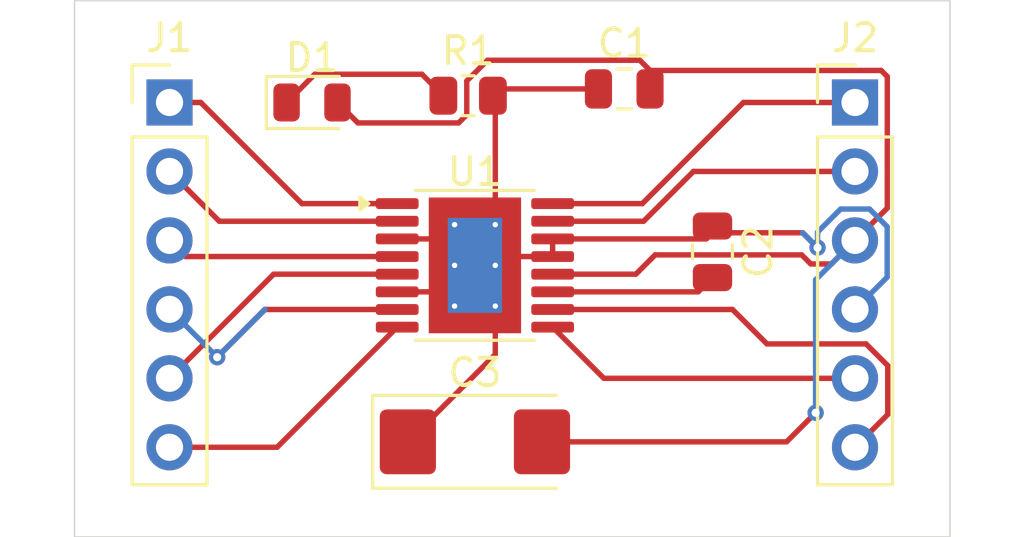
<source format=kicad_pcb>
(kicad_pcb (version 20241229) (generator "pcbnew") (generator_version "9.0")
  (layers (0 "F.Cu" signal) (2 "B.Cu" signal) (13 "F.Paste" user) (15 "B.Paste" user) (5 "F.SilkS" user "F.Silkscreen") (7 "B.SilkS" user "B.Silkscreen") (1 "F.Mask" user) (3 "B.Mask" user) (25 "Edge.Cuts" user))
  (net 0 "")
  (net 1 "/VCC")
  (net 2 "GND")
  (net 3 "Net-(U1-VCP)")
  (net 4 "Net-(D1-K)")
  (net 5 "/FAULT")
  (net 6 "/BOUT1")
  (net 7 "/BOUT2")
  (net 8 "/SLEEP")
  (net 9 "/AOUT1")
  (net 10 "/AOUT2")
  (net 11 "/AIN2")
  (net 12 "/AIN1")
  (net 13 "/BIN2")
  (net 14 "/BIN1")
  (footprint "Capacitor_Tantalum_SMD:CP_EIA-6032-20_AVX-F" (layer "F.Cu") (at 148.5 112.75)
    (property "Reference" "C3" (at 0 -2.55 0) (layer "F.SilkS"))
    (property "Value" "10uF")
    (fp_line (start -3.765 -1.71) (end -3.765 1.71) (stroke (width 0.12)) (layer "F.SilkS"))
    (fp_line (start -3.765 1.71) (end 3 1.71) (stroke (width 0.12)) (layer "F.SilkS"))
    (fp_line (start 3 -1.71) (end -3.765 -1.71) (stroke (width 0.12)) (layer "F.SilkS"))
    (pad "1" smd roundrect (at -2.47 0) (size 2.07 2.39) (layers "F.Cu" "F.Mask" "F.Paste") (roundrect_rratio 0.120773) (net 2 "GND"))
    (pad "2" smd roundrect (at 2.47 0) (size 2.07 2.39) (layers "F.Cu" "F.Mask" "F.Paste") (roundrect_rratio 0.120773) (net 1 "/VCC"))
  )
  (footprint "LED_SMD:LED_0805_2012Metric" (layer "F.Cu") (at 142.5 100.25)
    (property "Reference" "D1" (at 0 -1.65 0) (layer "F.SilkS"))
    (property "Value" "LED")
    (fp_line (start -1.685 -0.96) (end -1.685 0.96) (stroke (width 0.12)) (layer "F.SilkS"))
    (fp_line (start -1.685 0.96) (end 1 0.96) (stroke (width 0.12)) (layer "F.SilkS"))
    (fp_line (start 1 -0.96) (end -1.685 -0.96) (stroke (width 0.12)) (layer "F.SilkS"))
    (pad "1" smd roundrect (at -0.9375 0) (size 0.975 1.4) (layers "F.Cu" "F.Mask" "F.Paste") (net 4 "Net-(D1-K)"))
    (pad "2" smd roundrect (at 0.9375 0) (size 0.975 1.4) (layers "F.Cu" "F.Mask" "F.Paste") (net 1 "/VCC"))
  )
  (footprint "Connector_PinHeader_2.54mm:PinHeader_1x06_P2.54mm_Vertical" (layer "F.Cu") (at 162.5 100.25)
    (property "Reference" "J2" (at 0 -2.38 0) (layer "F.SilkS"))
    (property "Value" "Conn_01x06_Pin")
    (fp_line (start -1.38 -1.38) (end 0 -1.38) (stroke (width 0.12)) (layer "F.SilkS"))
    (fp_line (start -1.38 0) (end -1.38 -1.38) (stroke (width 0.12)) (layer "F.SilkS"))
    (fp_line (start -1.38 1.27) (end -1.38 14.08) (stroke (width 0.12)) (layer "F.SilkS"))
    (fp_line (start -1.38 1.27) (end 1.38 1.27) (stroke (width 0.12)) (layer "F.SilkS"))
    (fp_line (start -1.38 14.08) (end 1.38 14.08) (stroke (width 0.12)) (layer "F.SilkS"))
    (fp_line (start 1.38 1.27) (end 1.38 14.08) (stroke (width 0.12)) (layer "F.SilkS"))
    (pad "1" thru_hole rect (at 0 0) (size 1.7 1.7) (drill 1) (layers "*.Cu" "*.Mask") (net 12 "/AIN1"))
    (pad "2" thru_hole circle (at 0 2.54) (size 1.7 1.7) (drill 1) (layers "*.Cu" "*.Mask") (net 11 "/AIN2"))
    (pad "3" thru_hole circle (at 0 5.08) (size 1.7 1.7) (drill 1) (layers "*.Cu" "*.Mask") (net 1 "/VCC"))
    (pad "4" thru_hole circle (at 0 7.62) (size 1.7 1.7) (drill 1) (layers "*.Cu" "*.Mask") (net 2 "GND"))
    (pad "5" thru_hole circle (at 0 10.16) (size 1.7 1.7) (drill 1) (layers "*.Cu" "*.Mask") (net 14 "/BIN1"))
    (pad "6" thru_hole circle (at 0 12.7) (size 1.7 1.7) (drill 1) (layers "*.Cu" "*.Mask") (net 13 "/BIN2"))
  )
  (footprint "Package_SO:HTSSOP-16-1EP_4.4x5mm_P0.65mm_EP3.4x5mm_Mask2.46x2.31mm_ThermalVias" (layer "F.Cu") (at 148.5 106.25)
    (property "Reference" "U1" (at 0 -3.45 0) (layer "F.SilkS"))
    (property "Value" "DRV8833PWP")
    (fp_line (start 0 -2.76) (end -2.2 -2.76) (stroke (width 0.12)) (layer "F.SilkS"))
    (fp_line (start 0 -2.76) (end 2.2 -2.76) (stroke (width 0.12)) (layer "F.SilkS"))
    (fp_line (start 0 2.76) (end -2.2 2.76) (stroke (width 0.12)) (layer "F.SilkS"))
    (fp_line (start 0 2.76) (end 2.2 2.76) (stroke (width 0.12)) (layer "F.SilkS"))
    (fp_poly (pts (xy -3.91 -2.275) (xy -4.24 -2.035) (xy -4.24 -2.515)) (stroke (width 0.12)) (fill yes) (layer "F.SilkS"))
    (pad "1" smd roundrect (at -2.8625 -2.275) (size 1.575 0.4) (layers "F.Cu" "F.Mask" "F.Paste") (net 8 "/SLEEP"))
    (pad "2" smd roundrect (at -2.8625 -1.625) (size 1.575 0.4) (layers "F.Cu" "F.Mask" "F.Paste") (net 9 "/AOUT1"))
    (pad "3" smd roundrect (at -2.8625 -0.975) (size 1.575 0.4) (layers "F.Cu" "F.Mask" "F.Paste") (net 2 "GND"))
    (pad "4" smd roundrect (at -2.8625 -0.325) (size 1.575 0.4) (layers "F.Cu" "F.Mask" "F.Paste") (net 10 "/AOUT2"))
    (pad "5" smd roundrect (at -2.8625 0.325) (size 1.575 0.4) (layers "F.Cu" "F.Mask" "F.Paste") (net 7 "/BOUT2"))
    (pad "6" smd roundrect (at -2.8625 0.975) (size 1.575 0.4) (layers "F.Cu" "F.Mask" "F.Paste") (net 2 "GND"))
    (pad "7" smd roundrect (at -2.8625 1.625) (size 1.575 0.4) (layers "F.Cu" "F.Mask" "F.Paste") (net 6 "/BOUT1"))
    (pad "8" smd roundrect (at -2.8625 2.275) (size 1.575 0.4) (layers "F.Cu" "F.Mask" "F.Paste") (net 5 "/FAULT"))
    (pad "9" smd roundrect (at 2.8625 2.275) (size 1.575 0.4) (layers "F.Cu" "F.Mask" "F.Paste") (net 14 "/BIN1"))
    (pad "10" smd roundrect (at 2.8625 1.625) (size 1.575 0.4) (layers "F.Cu" "F.Mask" "F.Paste") (net 13 "/BIN2"))
    (pad "11" smd roundrect (at 2.8625 0.975) (size 1.575 0.4) (layers "F.Cu" "F.Mask" "F.Paste") (net 3 "Net-(U1-VCP)"))
    (pad "12" smd roundrect (at 2.8625 0.325) (size 1.575 0.4) (layers "F.Cu" "F.Mask" "F.Paste") (net 1 "/VCC"))
    (pad "13" smd roundrect (at 2.8625 -0.325) (size 1.575 0.4) (layers "F.Cu" "F.Mask" "F.Paste") (net 2 "GND"))
    (pad "14" smd roundrect (at 2.8625 -0.975) (size 1.575 0.4) (layers "F.Cu" "F.Mask" "F.Paste") (net 2 "GND"))
    (pad "15" smd roundrect (at 2.8625 -1.625) (size 1.575 0.4) (layers "F.Cu" "F.Mask" "F.Paste") (net 11 "/AIN2"))
    (pad "16" smd roundrect (at 2.8625 -2.275) (size 1.575 0.4) (layers "F.Cu" "F.Mask" "F.Paste") (net 12 "/AIN1"))
    (pad "17" thru_hole circle (at -0.75 -1.5) (size 0.5 0.5) (drill 0.2) (property pad_prop_heatsink) (layers "*.Cu") (net 2 "GND"))
    (pad "17" thru_hole circle (at -0.75 0) (size 0.5 0.5) (drill 0.2) (property pad_prop_heatsink) (layers "*.Cu") (net 2 "GND"))
    (pad "17" thru_hole circle (at -0.75 1.5) (size 0.5 0.5) (drill 0.2) (property pad_prop_heatsink) (layers "*.Cu") (net 2 "GND"))
    (pad "17" smd rect (at 0 0) (size 2 3.5) (property pad_prop_heatsink) (layers "B.Cu") (net 2 "GND"))
    (pad "17" smd rect (at 0 0) (size 3.4 5) (property pad_prop_heatsink) (layers "F.Cu") (net 2 "GND"))
    (pad "17" thru_hole circle (at 0.75 -1.5) (size 0.5 0.5) (drill 0.2) (property pad_prop_heatsink) (layers "*.Cu") (net 2 "GND"))
    (pad "17" thru_hole circle (at 0.75 0) (size 0.5 0.5) (drill 0.2) (property pad_prop_heatsink) (layers "*.Cu") (net 2 "GND"))
    (pad "17" thru_hole circle (at 0.75 1.5) (size 0.5 0.5) (drill 0.2) (property pad_prop_heatsink) (layers "*.Cu") (net 2 "GND"))
  )
  (footprint "Connector_PinHeader_2.54mm:PinHeader_1x06_P2.54mm_Vertical" (layer "F.Cu") (at 137.25 100.25)
    (property "Reference" "J1" (at 0 -2.38 0) (layer "F.SilkS"))
    (property "Value" "Conn_01x06_Pin")
    (fp_line (start -1.38 -1.38) (end 0 -1.38) (stroke (width 0.12)) (layer "F.SilkS"))
    (fp_line (start -1.38 0) (end -1.38 -1.38) (stroke (width 0.12)) (layer "F.SilkS"))
    (fp_line (start -1.38 1.27) (end -1.38 14.08) (stroke (width 0.12)) (layer "F.SilkS"))
    (fp_line (start -1.38 1.27) (end 1.38 1.27) (stroke (width 0.12)) (layer "F.SilkS"))
    (fp_line (start -1.38 14.08) (end 1.38 14.08) (stroke (width 0.12)) (layer "F.SilkS"))
    (fp_line (start 1.38 1.27) (end 1.38 14.08) (stroke (width 0.12)) (layer "F.SilkS"))
    (pad "1" thru_hole rect (at 0 0) (size 1.7 1.7) (drill 1) (layers "*.Cu" "*.Mask") (net 8 "/SLEEP"))
    (pad "2" thru_hole circle (at 0 2.54) (size 1.7 1.7) (drill 1) (layers "*.Cu" "*.Mask") (net 9 "/AOUT1"))
    (pad "3" thru_hole circle (at 0 5.08) (size 1.7 1.7) (drill 1) (layers "*.Cu" "*.Mask") (net 10 "/AOUT2"))
    (pad "4" thru_hole circle (at 0 7.62) (size 1.7 1.7) (drill 1) (layers "*.Cu" "*.Mask") (net 6 "/BOUT1"))
    (pad "5" thru_hole circle (at 0 10.16) (size 1.7 1.7) (drill 1) (layers "*.Cu" "*.Mask") (net 7 "/BOUT2"))
    (pad "6" thru_hole circle (at 0 12.7) (size 1.7 1.7) (drill 1) (layers "*.Cu" "*.Mask") (net 5 "/FAULT"))
  )
  (footprint "Resistor_SMD:R_0805_2012Metric" (layer "F.Cu") (at 148.25 100)
    (property "Reference" "R1" (at 0 -1.65 0) (layer "F.SilkS"))
    (property "Value" "4.7K")
    (fp_line (start -0.227064 -0.735) (end 0.227064 -0.735) (stroke (width 0.12)) (layer "F.SilkS"))
    (fp_line (start -0.227064 0.735) (end 0.227064 0.735) (stroke (width 0.12)) (layer "F.SilkS"))
    (pad "1" smd roundrect (at -0.9125 0) (size 1.025 1.4) (layers "F.Cu" "F.Mask" "F.Paste") (roundrect_rratio 0.243902) (net 4 "Net-(D1-K)"))
    (pad "2" smd roundrect (at 0.9125 0) (size 1.025 1.4) (layers "F.Cu" "F.Mask" "F.Paste") (roundrect_rratio 0.243902) (net 2 "GND"))
  )
  (footprint "Capacitor_SMD:C_0805_2012Metric" (layer "F.Cu") (at 154 99.75)
    (property "Reference" "C1" (at 0 -1.68 0) (layer "F.SilkS"))
    (property "Value" "0.1uF")
    (fp_line (start -0.261252 -0.735) (end 0.261252 -0.735) (stroke (width 0.12)) (layer "F.SilkS"))
    (fp_line (start -0.261252 0.735) (end 0.261252 0.735) (stroke (width 0.12)) (layer "F.SilkS"))
    (pad "1" smd roundrect (at -0.95 0) (size 1 1.45) (layers "F.Cu" "F.Mask" "F.Paste") (net 2 "GND"))
    (pad "2" smd roundrect (at 0.95 0) (size 1 1.45) (layers "F.Cu" "F.Mask" "F.Paste") (net 1 "/VCC"))
  )
  (footprint "Capacitor_SMD:C_0805_2012Metric" (layer "F.Cu") (at 157.25 105.75 -90)
    (property "Reference" "C2" (at 0 -1.68 90) (layer "F.SilkS"))
    (property "Value" "2.2uF")
    (fp_line (start -0.261252 0.735) (end 0.261252 0.735) (stroke (width 0.12)) (layer "F.SilkS"))
    (fp_line (start -0.261252 -0.735) (end 0.261252 -0.735) (stroke (width 0.12)) (layer "F.SilkS"))
    (pad "1" smd roundrect (at -0.95 0 270) (size 1 1.45) (layers "F.Cu" "F.Mask" "F.Paste") (net 2 "GND"))
    (pad "2" smd roundrect (at 0.95 0 270) (size 1 1.45) (layers "F.Cu" "F.Mask" "F.Paste") (net 3 "Net-(U1-VCP)"))
  )
  (gr_rect (start 133.75 96.5) (end 166 116.25) (stroke (width 0.05)) (fill no) (layer "Edge.Cuts"))
  (segment (start 154.95 99.0699) (end 163.4637 99.0699) (width 0.2) (layer "F.Cu") (net 1))
  (segment (start 148.1995 99.4571) (end 148.9626 98.694) (width 0.2) (layer "F.Cu") (net 1))
  (segment (start 163.6893 104.1407) (end 162.5 105.33) (width 0.2) (layer "F.Cu") (net 1))
  (segment (start 163.4637 99.0699) (end 163.6893 99.2955) (width 0.2) (layer "F.Cu") (net 1))
  (segment (start 161.6324 106.1976) (end 162.5 105.33) (width 0.2) (layer "F.Cu") (net 1))
  (segment (start 154.95 99.0699) (end 154.95 99.75) (width 0.2) (layer "F.Cu") (net 1))
  (segment (start 144.1903 101.0028) (end 147.8985 101.0028) (width 0.2) (layer "F.Cu") (net 1))
  (segment (start 148.9626 98.694) (end 154.5741 98.694) (width 0.2) (layer "F.Cu") (net 1))
  (segment (start 143.4375 100.25) (end 144.1903 101.0028) (width 0.2) (layer "F.Cu") (net 1))
  (segment (start 159.9795 112.75) (end 161.0495 111.68) (width 0.2) (layer "F.Cu") (net 1))
  (segment (start 150.97 112.75) (end 159.9795 112.75) (width 0.2) (layer "F.Cu") (net 1))
  (segment (start 163.6893 99.2955) (end 163.6893 104.1407) (width 0.2) (layer "F.Cu") (net 1))
  (segment (start 147.8985 101.0028) (end 148.1995 100.7018) (width 0.2) (layer "F.Cu") (net 1))
  (segment (start 155.1387 105.8634) (end 160.5369 105.8634) (width 0.2) (layer "F.Cu") (net 1))
  (segment (start 151.3625 106.575) (end 154.4271 106.575) (width 0.2) (layer "F.Cu") (net 1))
  (segment (start 148.1995 100.7018) (end 148.1995 99.4571) (width 0.2) (layer "F.Cu") (net 1))
  (segment (start 154.5741 98.694) (end 154.95 99.0699) (width 0.2) (layer "F.Cu") (net 1))
  (segment (start 154.4271 106.575) (end 155.1387 105.8634) (width 0.2) (layer "F.Cu") (net 1))
  (segment (start 160.8711 106.1976) (end 161.6324 106.1976) (width 0.2) (layer "F.Cu") (net 1))
  (segment (start 160.5369 105.8634) (end 160.8711 106.1976) (width 0.2) (layer "F.Cu") (net 1))
  (via (at 161.0495 111.68) (size 0.6) (drill 0.3) (layers "F.Cu" "B.Cu") (net 1))
  (segment (start 161.0495 106.7805) (end 162.5 105.33) (width 0.2) (layer "B.Cu") (net 1))
  (segment (start 161.0495 111.68) (end 161.0495 106.7805) (width 0.2) (layer "B.Cu") (net 1))
  (segment (start 149.25 107.75) (end 147.75 107.75) (width 0.2) (layer "F.Cu") (net 2))
  (segment (start 161.1202 105.5959) (end 160.5743 105.05) (width 0.2) (layer "F.Cu") (net 2))
  (segment (start 145.6375 105.275) (end 147.225 105.275) (width 0.2) (layer "F.Cu") (net 2))
  (segment (start 149.25 109.53) (end 149.25 107.75) (width 0.2) (layer "F.Cu") (net 2))
  (segment (start 151.3625 105.925) (end 151.3625 105.7748) (width 0.2) (layer "F.Cu") (net 2))
  (segment (start 151.3625 105.925) (end 149.575 105.925) (width 0.2) (layer "F.Cu") (net 2))
  (segment (start 147.225 107.225) (end 147.75 107.75) (width 0.2) (layer "F.Cu") (net 2))
  (segment (start 149.5 99.75) (end 149.25 100) (width 0.2) (layer "F.Cu") (net 2))
  (segment (start 161.1202 105.5959) (end 160.5743 105.05) (width 0.2) (layer "F.Cu") (net 2))
  (segment (start 160.5743 105.05) (end 157.25 105.05) (width 0.2) (layer "F.Cu") (net 2))
  (segment (start 149.25 100) (end 149.25 104.75) (width 0.2) (layer "F.Cu") (net 2))
  (segment (start 147.225 105.275) (end 147.75 104.75) (width 0.2) (layer "F.Cu") (net 2))
  (segment (start 151.3625 105.7748) (end 151.3625 105.275) (width 0.2) (layer "F.Cu") (net 2))
  (segment (start 146.03 112.75) (end 149.25 109.53) (width 0.2) (layer "F.Cu") (net 2))
  (segment (start 160.5743 105.05) (end 161.1202 105.5959) (width 0.2) (layer "F.Cu") (net 2))
  (segment (start 148.5 106.25) (end 149.25 106.25) (width 0.2) (layer "F.Cu") (net 2))
  (segment (start 157.25 104.8) (end 157.25 105.05) (width 0.2) (layer "F.Cu") (net 2))
  (segment (start 147.75 106.25) (end 148.5 106.25) (width 0.2) (layer "F.Cu") (net 2))
  (segment (start 157.025 105.275) (end 151.3625 105.275) (width 0.2) (layer "F.Cu") (net 2))
  (segment (start 153.05 99.75) (end 149.5 99.75) (width 0.2) (layer "F.Cu") (net 2))
  (segment (start 149.575 105.925) (end 149.25 106.25) (width 0.2) (layer "F.Cu") (net 2))
  (segment (start 149.25 100) (end 149.1625 100) (width 0.2) (layer "F.Cu") (net 2))
  (segment (start 145.6375 107.225) (end 147.225 107.225) (width 0.2) (layer "F.Cu") (net 2))
  (segment (start 157.25 105.05) (end 157.025 105.275) (width 0.2) (layer "F.Cu") (net 2))
  (via (at 161.1202 105.5959) (size 0.6) (drill 0.3) (layers "F.Cu" "B.Cu") (net 2))
  (segment (start 161.9698 104.1748) (end 161.1202 105.0244) (width 0.2) (layer "B.Cu") (net 2))
  (segment (start 163.6849 106.6851) (end 163.6849 104.8244) (width 0.2) (layer "B.Cu") (net 2))
  (segment (start 161.1202 105.0244) (end 161.1202 105.5959) (width 0.2) (layer "B.Cu") (net 2))
  (segment (start 149.25 106.25) (end 148.5 106.25) (width 0.2) (layer "B.Cu") (net 2))
  (segment (start 160.5743 105.05) (end 161.1202 105.5959) (width 0.2) (layer "B.Cu") (net 2))
  (segment (start 163.0353 104.1748) (end 161.9698 104.1748) (width 0.2) (layer "B.Cu") (net 2))
  (segment (start 163.6849 104.8244) (end 163.0353 104.1748) (width 0.2) (layer "B.Cu") (net 2))
  (segment (start 162.5 107.87) (end 163.6849 106.6851) (width 0.2) (layer "B.Cu") (net 2))
  (segment (start 147.75 104.75) (end 147.75 106.25) (width 0.2) (layer "B.Cu") (net 2))
  (segment (start 161.1202 105.5959) (end 160.5743 105.05) (width 0.2) (layer "B.Cu") (net 2))
  (segment (start 149.25 104.75) (end 149.25 106.25) (width 0.2) (layer "B.Cu") (net 2))
  (segment (start 149.25 107.75) (end 149.25 106.25) (width 0.2) (layer "B.Cu") (net 2))
  (segment (start 156.725 107.225) (end 151.3625 107.225) (width 0.2) (layer "F.Cu") (net 3))
  (segment (start 157.25 106.7) (end 156.725 107.225) (width 0.2) (layer "F.Cu") (net 3))
  (segment (start 142.6029 99.2096) (end 146.5471 99.2096) (width 0.2) (layer "F.Cu") (net 4))
  (segment (start 146.5471 99.2096) (end 147.3375 100) (width 0.2) (layer "F.Cu") (net 4))
  (segment (start 141.5625 100.25) (end 142.6029 99.2096) (width 0.2) (layer "F.Cu") (net 4))
  (segment (start 141.2125 112.95) (end 137.25 112.95) (width 0.2) (layer "F.Cu") (net 5))
  (segment (start 145.6375 108.525) (end 141.2125 112.95) (width 0.2) (layer "F.Cu") (net 5))
  (segment (start 140.7632 107.875) (end 145.6375 107.875) (width 0.2) (layer "F.Cu") (net 6))
  (segment (start 139.0063 109.6319) (end 140.7632 107.875) (width 0.2) (layer "F.Cu") (net 6))
  (segment (start 139.0063 109.6319) (end 140.7632 107.875) (width 0.2) (layer "F.Cu") (net 6))
  (segment (start 140.7632 107.875) (end 139.0063 109.6319) (width 0.2) (layer "F.Cu") (net 6))
  (via (at 139.0063 109.6319) (size 0.6) (drill 0.3) (layers "F.Cu" "B.Cu") (net 6))
  (segment (start 140.7632 107.875) (end 139.0063 109.6319) (width 0.2) (layer "B.Cu") (net 6))
  (segment (start 137.25 107.87) (end 139.0063 109.6263) (width 0.2) (layer "B.Cu") (net 6))
  (segment (start 139.0063 109.6263) (end 139.0063 109.6319) (width 0.2) (layer "B.Cu") (net 6))
  (segment (start 139.0063 109.6319) (end 140.7632 107.875) (width 0.2) (layer "B.Cu") (net 6))
  (segment (start 137.25 110.41) (end 141.085 106.575) (width 0.2) (layer "F.Cu") (net 7))
  (segment (start 141.085 106.575) (end 145.6375 106.575) (width 0.2) (layer "F.Cu") (net 7))
  (segment (start 137.25 100.25) (end 138.4017 100.25) (width 0.2) (layer "F.Cu") (net 8))
  (segment (start 138.4017 100.25) (end 142.1267 103.975) (width 0.2) (layer "F.Cu") (net 8))
  (segment (start 142.1267 103.975) (end 145.6375 103.975) (width 0.2) (layer "F.Cu") (net 8))
  (segment (start 139.085 104.625) (end 137.25 102.79) (width 0.2) (layer "F.Cu") (net 9))
  (segment (start 145.6375 104.625) (end 139.085 104.625) (width 0.2) (layer "F.Cu") (net 9))
  (segment (start 137.845 105.925) (end 145.6375 105.925) (width 0.2) (layer "F.Cu") (net 10))
  (segment (start 137.25 105.33) (end 137.845 105.925) (width 0.2) (layer "F.Cu") (net 10))
  (segment (start 154.7132 104.625) (end 156.5482 102.79) (width 0.2) (layer "F.Cu") (net 11))
  (segment (start 156.5482 102.79) (end 162.5 102.79) (width 0.2) (layer "F.Cu") (net 11))
  (segment (start 151.3625 104.625) (end 154.7132 104.625) (width 0.2) (layer "F.Cu") (net 11))
  (segment (start 158.3911 100.25) (end 162.5 100.25) (width 0.2) (layer "F.Cu") (net 12))
  (segment (start 154.6661 103.975) (end 158.3911 100.25) (width 0.2) (layer "F.Cu") (net 12))
  (segment (start 151.3625 103.975) (end 154.6661 103.975) (width 0.2) (layer "F.Cu") (net 12))
  (segment (start 157.9878 107.875) (end 159.2555 109.1427) (width 0.2) (layer "F.Cu") (net 13))
  (segment (start 163.7055 111.7445) (end 162.5 112.95) (width 0.2) (layer "F.Cu") (net 13))
  (segment (start 163.7055 109.9414) (end 163.7055 111.7445) (width 0.2) (layer "F.Cu") (net 13))
  (segment (start 162.9068 109.1427) (end 163.7055 109.9414) (width 0.2) (layer "F.Cu") (net 13))
  (segment (start 151.3625 107.875) (end 157.9878 107.875) (width 0.2) (layer "F.Cu") (net 13))
  (segment (start 159.2555 109.1427) (end 162.9068 109.1427) (width 0.2) (layer "F.Cu") (net 13))
  (segment (start 153.2475 110.41) (end 151.3625 108.525) (width 0.2) (layer "F.Cu") (net 14))
  (segment (start 162.5 110.41) (end 153.2475 110.41) (width 0.2) (layer "F.Cu") (net 14))
)
</source>
